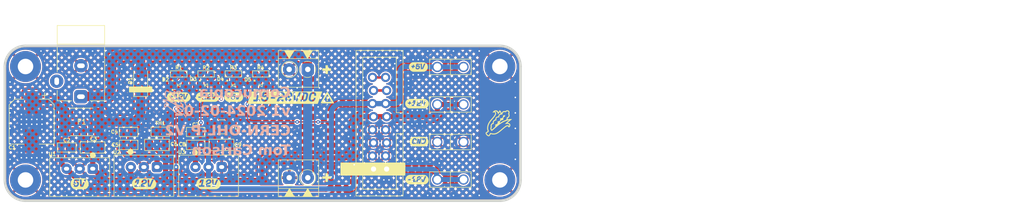
<source format=kicad_pcb>
(kicad_pcb (version 20221018) (generator pcbnew)
  (title_block (title "Cornucopia") (date "2024-02-02") (rev "v1") (company "Divergent Waves") (comment 1 "Tom Carlson") (comment 2 "CERN-OHL-P V2") (comment 3 "Based on Winterbloom's Micronova"))
  (layers (0 "F.Cu" signal) (31 "B.Cu" signal) (34 "B.Paste" user) (35 "F.Paste" user) (36 "B.SilkS" user "B.Silkscreen") (37 "F.SilkS" user "F.Silkscreen") (38 "B.Mask" user) (39 "F.Mask" user) (44 "Edge.Cuts" user))
  (net 0 "")
  (net 1 "GND")
  (net 2 "+12V")
  (net 3 "-12V")
  (net 4 "+5V")
  (net 5 "Net-(#FLG0104-pwr)")
  (net 6 "Net-(D1-K)")
  (net 7 "Net-(D2-K)")
  (net 8 "+VDC")
  (net 9 "+15V")
  (net 10 "Net-(D3-K)")
  (net 11 "Net-(D4-K)")
  (net 13 "/CV")
  (net 14 "/GATE")
  (net 15 "Net-(D5-K)")
  (footprint "LOGO" (layer "F.Cu") (at 102.87 103.124)
    (fp_text reference "G***" hide)
    (fp_text value "LOGO" hide)
  )
  (footprint "Diode_SMD:D_SOD-128" (layer "F.Cu") (at 84.836 99.822 90)
    (fp_text reference "D1" (at 0 -2 90) (layer "F.SilkS") (effects (font (size 0.7 0.7))))
    (fp_text value "BARRIER")
    (pad "1" smd rect (at -2.2 0 90) (size 1.4 2.1) (layers "F.Cu" "F.Paste" "F.Mask") (net 6 "Net-(D1-K)"))
    (pad "2" smd rect (at 2.2 0 90) (size 1.4 2.1) (layers "F.Cu" "F.Paste" "F.Mask") (net 8 "+VDC"))
  )
  (footprint "Fuse:Fuse_2920_7451Metric" (layer "F.Cu") (at 73.406 107.823 180)
    (fp_text reference "F1" (at 0 0 180) (layer "F.SilkS"))
    (fp_text value "2A")
    (pad "1" smd roundrect (at -3.3875 0 180) (size 1.925 5.45) (layers "F.Cu" "F.Paste" "F.Mask") (roundrect_rratio 0.1298701299) (net 6 "Net-(D1-K)"))
    (pad "2" smd roundrect (at 3.3875 0 180) (size 1.925 5.45) (layers "F.Cu" "F.Paste" "F.Mask") (roundrect_rratio 0.1298701299) (net 9 "+15V"))
  )
  (footprint "LOGO" (layer "F.Cu") (at 97.79 103.124583)
    (fp_text reference "G***" hide)
    (fp_text value "LOGO" hide)
  )
  (footprint "Divergent:FASTON-928814-1" (layer "F.Cu") (at 144.907 118.999)
    (fp_text reference "J3" hide)
    (fp_text value "Conn_01x01_Pin")
    (pad "1" thru_hole circle (at -2.54 0) (size 2 2) (drill 1.45) (layers "*.Cu" "*.Mask") (net 3 "-12V"))
    (pad "1" thru_hole circle (at 2.54 0) (size 2 2) (drill 1.45) (layers "*.Cu" "*.Mask") (net 3 "-12V"))
  )
  (footprint "winterbloom:LED_0805_Kingbright_APT2012" (layer "F.Cu") (at 92.234 100.711)
    (fp_text reference "D2" (at -2.6 -1.1) (layer "F.SilkS") (effects (font (size 0.7 0.7))))
    (fp_text value "+12V" hide)
    (pad "1" smd roundrect (at -1.175 0) (size 1.25 1.25) (layers "F.Cu" "F.Paste" "F.Mask") (roundrect_rratio 0.05) (net 7 "Net-(D2-K)"))
    (pad "2" smd roundrect (at 1.175 0) (size 1.25 1.25) (layers "F.Cu" "F.Paste" "F.Mask") (roundrect_rratio 0.05) (net 2 "+12V"))
  )
  (footprint "winterbloom:C_1206_HandSolder" (layer "F.Cu") (at 88 112.275 180)
    (fp_text reference "C6" (at -3.313 0.134 180) (layer "F.SilkS") (effects (font (size 0.7 0.7))))
    (fp_text value "22u")
    (pad "1" smd roundrect (at -1.5625 0 180) (size 1.325 1.8) (layers "F.Cu" "F.Paste" "F.Mask") (roundrect_rratio 0.1886792453) (net 9 "+15V"))
    (pad "2" smd roundrect (at 1.5625 0 180) (size 1.325 1.8) (layers "F.Cu" "F.Paste" "F.Mask") (roundrect_rratio 0.1886792453) (net 1 "GND"))
  )
  (footprint "winterbloom:LED_0805_Kingbright_APT2012" (layer "F.Cu") (at 102.817332 100.711)
    (fp_text reference "D4" (at -2.5 -1.2) (layer "F.SilkS") (effects (font (size 0.7 0.7))))
    (fp_text value "5V" hide)
    (pad "1" smd roundrect (at -1.175 0) (size 1.25 1.25) (layers "F.Cu" "F.Paste" "F.Mask") (roundrect_rratio 0.05) (net 11 "Net-(D4-K)"))
    (pad "2" smd roundrect (at 1.175 0) (size 1.25 1.25) (layers "F.Cu" "F.Paste" "F.Mask") (roundrect_rratio 0.05) (net 4 "+5V"))
  )
  (footprint "Divergent:FASTON-928814-1" (layer "F.Cu") (at 144.907 111.717666)
    (fp_text reference "J6" hide)
    (fp_text value "Conn_01x01_Pin")
    (pad "1" thru_hole circle (at -2.54 0) (size 2 2) (drill 1.45) (layers "*.Cu" "*.Mask") (net 1 "GND"))
    (pad "1" thru_hole circle (at 2.54 0) (size 2 2) (drill 1.45) (layers "*.Cu" "*.Mask") (net 1 "GND"))
  )
  (footprint "winterbloom:TerminalBlock_4UCON_1x02_P3.50mm_Horizontal" (layer "F.Cu") (at 117.193 97.636 180)
    (fp_text reference "J2" hide)
    (fp_text value "DC THRU" hide)
    (pad "1" thru_hole roundrect (at -0.0508 0 180) (size 2.4 2.4) (drill 1.05) (layers "*.Cu" "*.Mask") (net 8 "+VDC"))
    (pad "2" thru_hole circle (at 3.556 0 180) (size 2.4 2.4) (drill 1.05) (layers "*.Cu" "*.Mask") (net 1 "GND"))
  )
  (footprint "MountingHole:MountingHole_3mm_Pad" (layer "F.Cu") (at 154.5 97.075)
    (fp_text reference "H3" hide)
    (fp_text value "GND")
    (pad "1" thru_hole circle (at 0 0) (size 6 6) (drill 3) (layers "*.Cu" "*.Mask") (net 1 "GND"))
  )
  (footprint "Capacitor_SMD:CP_Elec_8x10.5" (layer "F.Cu") (at 63.7 107.775 -90)
    (fp_text reference "C1" (at 5 3.8 unlocked) (layer "F.SilkS") (effects (font (size 0.7 0.7))))
    (fp_text value "100u")
    (pad "1" smd roundrect (at -3.7 0 270) (size 4.4 2.5) (layers "F.Cu" "F.Paste" "F.Mask") (roundrect_rratio 0.1) (net 9 "+15V"))
    (pad "2" smd roundrect (at 3.7 0 270) (size 4.4 2.5) (layers "F.Cu" "F.Paste" "F.Mask") (roundrect_rratio 0.1) (net 1 "GND"))
  )
  (footprint "winterbloom:LED_0805_Kingbright_APT2012" (layer "F.Cu") (at 108.109 100.711)
    (fp_text reference "D5" (at -2.5 -1.1) (layer "F.SilkS") (effects (font (size 0.7 0.7))))
    (fp_text value "DCIN" hide)
    (pad "1" smd roundrect (at -1.175 0) (size 1.25 1.25) (layers "F.Cu" "F.Paste" "F.Mask") (roundrect_rratio 0.05) (net 15 "Net-(D5-K)"))
    (pad "2" smd roundrect (at 1.175 0) (size 1.25 1.25) (layers "F.Cu" "F.Paste" "F.Mask") (roundrect_rratio 0.05) (net 9 "+15V"))
  )
  (footprint "winterbloom:R_0805_HandSolder" (layer "F.Cu") (at 88.646 109.728 180)
    (fp_text reference "TH1" (at 0 1.651) (layer "F.SilkS") (effects (font (size 0.7 0.7))))
    (fp_text value "MOV")
    (pad "1" smd roundrect (at -1 0 180) (size 1.2 1.4) (layers "F.Cu" "F.Paste" "F.Mask") (roundrect_rratio 0.2083333333) (net 9 "+15V"))
    (pad "2" smd roundrect (at 1 0 180) (size 1.2 1.4) (layers "F.Cu" "F.Paste" "F.Mask") (roundrect_rratio 0.2083333333) (net 1 "GND"))
  )
  (footprint "winterbloom:Converter_DCDC_CUI_P78E-1000_THT" (layer "F.Cu") (at 88 116.575 180)
    (fp_text reference "U2" (at 7.8 2.9 unlocked) (layer "F.SilkS") (effects (font (size 0.7 0.7))))
    (fp_text value "P78E12-2000")
    (pad "1" thru_hole circle (at 5.08 0 180) (size 2 2) (drill oval 1 0.75) (layers "*.Cu" "*.Mask") (net 9 "+15V"))
    (pad "2" thru_hole circle (at 2.54 0 180) (size 2 2) (drill oval 1 0.75) (layers "*.Cu" "*.Mask") (net 1 "GND"))
    (pad "3" thru_hole roundrect (at 0 0 180) (size 2 2) (drill oval 1 0.75) (layers "*.Cu" "*.Mask") (net 2 "+12V"))
  )
  (footprint "winterbloom:C_0805_HandSolder" (layer "F.Cu") (at 95.5 112.275)
    (fp_text reference "C8" (at -2.6 -0.1) (layer "F.SilkS") (effects (font (size 0.7 0.7))))
    (fp_text value "4.7u")
    (pad "1" smd roundrect (at -1.0375 0) (size 1.175 1.45) (layers "F.Cu" "F.Paste" "F.Mask") (roundrect_rratio 0.2127659574) (net 1 "GND"))
    (pad "2" smd roundrect (at 1.0375 0) (size 1.175 1.45) (layers "F.Cu" "F.Paste" "F.Mask") (roundrect_rratio 0.2127659574) (net 3 "-12V"))
  )
  (footprint "winterbloom:Converter_DCDC_CUI_VX78-500_THT" (layer "F.Cu") (at 75.54 116.9 180)
    (fp_text reference "U1" (at 7.84 2.825 unlocked) (layer "F.SilkS") (effects (font (size 0.7 0.7))))
    (fp_text value "VX7805-500")
    (pad "1" thru_hole roundrect (at 0 0 180) (size 2 2) (drill oval 1 0.75) (layers "*.Cu" "*.Mask") (net 9 "+15V"))
    (pad "2" thru_hole circle (at 2.54 0 180) (size 2 2) (drill oval 1 0.75) (layers "*.Cu" "*.Mask") (net 1 "GND"))
    (pad "3" thru_hole circle (at 5.08 0 180) (size 2 2) (drill oval 1 0.75) (layers "*.Cu" "*.Mask") (net 4 "+5V"))
  )
  (footprint "winterbloom:R_0603_HandSolder" (layer "F.Cu") (at 97.525666 98.511 180)
    (fp_text reference "R2" (at 0 1.2 180) (layer "F.SilkS") (effects (font (size 0.7 0.7))))
    (fp_text value "5.1k")
    (pad "1" smd roundrect (at -0.9125 0 180) (size 0.975 0.95) (layers "F.Cu" "F.Paste" "F.Mask") (net 3 "-12V"))
    (pad "2" smd roundrect (at 0.9125 0 180) (size 0.975 0.95) (layers "F.Cu" "F.Paste" "F.Mask") (net 10 "Net-(D3-K)"))
  )
  (footprint "winterbloom:R_0603_HandSolder" (layer "F.Cu") (at 108.109 98.511)
    (fp_text reference "R4" (at 0 -1.2) (layer "F.SilkS") (effects (font (size 0.7 0.7))))
    (fp_text value "5.1k")
    (pad "1" smd roundrect (at -0.9125 0) (size 0.975 0.95) (layers "F.Cu" "F.Paste" "F.Mask") (net 15 "Net-(D5-K)"))
    (pad "2" smd roundrect (at 0.9125 0) (size 0.975 0.95) (layers "F.Cu" "F.Paste" "F.Mask") (net 1 "GND"))
  )
  (footprint "LOGO" (layer "F.Cu") (at 120.924 118.618 180)
    (fp_text reference "G***" hide)
    (fp_text value "LOGO" hide)
  )
  (footprint "winterbloom:R_0603_HandSolder" (layer "F.Cu") (at 92.234 98.511 180)
    (fp_text reference "R1" (at 0 1.2) (layer "F.SilkS") (effects (font (size 0.7 0.7))))
    (fp_text value "5.1k")
    (pad "1" smd roundrect (at -0.9125 0 180) (size 0.975 0.95) (layers "F.Cu" "F.Paste" "F.Mask") (net 7 "Net-(D2-K)"))
    (pad "2" smd roundrect (at 0.9125 0 180) (size 0.975 0.95) (layers "F.Cu" "F.Paste" "F.Mask") (net 1 "GND"))
  )
  (footprint "LOGO" (layer "F.Cu") (at 98 119.975)
    (fp_text reference "G***" hide)
    (fp_text value "LOGO" hide)
  )
  (footprint "LOGO" (layer "F.Cu") (at 112.774622 103.333993)
    (fp_text reference "G***" hide)
    (fp_text value "LOGO" hide)
  )
  (footprint "winterbloom:LED_0805_Kingbright_APT2012" (layer "F.Cu") (at 97.525666 100.711)
    (fp_text reference "D3" (at -2.5 -1.2) (layer "F.SilkS") (effects (font (size 0.7 0.7))))
    (fp_text value "-12V" hide)
    (pad "1" smd roundrect (at -1.175 0) (size 1.25 1.25) (layers "F.Cu" "F.Paste" "F.Mask") (roundrect_rratio 0.05) (net 10 "Net-(D3-K)"))
    (pad "2" smd roundrect (at 1.175 0) (size 1.25 1.25) (layers "F.Cu" "F.Paste" "F.Mask") (roundrect_rratio 0.05) (net 1 "GND"))
  )
  (footprint "LOGO" (layer "F.Cu") (at 73 119.975)
    (fp_text reference "G***" hide)
    (fp_text value "LOGO" hide)
  )
  (footprint "Divergent:FASTON-928814-1" (layer "F.Cu") (at 144.907 97.155)
    (fp_text reference "J9" hide)
    (fp_text value "Conn_01x01_Pin")
    (pad "1" thru_hole circle (at -2.54 0) (size 2 2) (drill 1.45) (layers "*.Cu" "*.Mask") (net 4 "+5V"))
    (pad "1" thru_hole circle (at 2.54 0) (size 2 2) (drill 1.45) (layers "*.Cu" "*.Mask") (net 4 "+5V"))
  )
  (footprint "winterbloom:C_0805_HandSolder" (layer "F.Cu") (at 82.5 112.275)
    (fp_text reference "C5" (at -2.6 0) (layer "F.SilkS") (effects (font (size 0.7 0.7))))
    (fp_text value "4.7u")
    (pad "1" smd roundrect (at -1.0375 0) (size 1.175 1.45) (layers "F.Cu" "F.Paste" "F.Mask") (roundrect_rratio 0.2127659574) (net 2 "+12V"))
    (pad "2" smd roundrect (at 1.0375 0) (size 1.175 1.45) (layers "F.Cu" "F.Paste" "F.Mask") (roundrect_rratio 0.2127659574) (net 1 "GND"))
  )
  (footprint "LOGO" (layer "F.Cu") (at 138.43 119.126)
    (fp_text reference "G***" hide)
    (fp_text value "LOGO" hide)
  )
  (footprint "winterbloom:Eurorack_Power_2x8_Shrouded_Lock" (layer "F.Cu") (at 132.4356 116.965 180)
    (fp_text reference "J7" hide)
    (fp_text value "Eurorack Power" hide)
    (pad "1" thru_hole roundrect (at -0.1016 0 180) (size 1.8 1.8) (drill 1.01) (layers "*.Cu" "*.Mask") (roundrect_rratio 0.1470588889) (net 3 "-12V"))
    (pad "2" thru_hole circle (at 2.4384 0 180) (size 1.8 1.8) (drill 1.01) (layers "*.Cu" "*.Mask") (net 3 "-12V"))
    (pad "3" thru_hole circle (at 0.1016 2.54 180) (size 1.8 1.8) (drill 1.01) (layers "*.Cu" "*.Mask") (net 1 "GND"))
    (pad "4" thru_hole circle (at 2.6416 2.54 180) (size 1.8 1.8) (drill 1.01) (layers "*.Cu" "*.Mask") (net 1 "GND"))
    (pad "5" thru_hole circle (at -0.1016 5.08 180) (size 1.8 1.8) (drill 1.01) (layers "*.Cu" "*.Mask") (net 1 "GND"))
    (pad "6" thru_hole circle (at 2.4384 5.08 180) (size 1.8 1.8) (drill 1.01) (layers "*.Cu" "*.Mask") (net 1 "GND"))
    (pad "7" thru_hole circle (at 0.1016 7.62 180) (size 1.8 1.8) (drill 1.01) (layers "*.Cu" "*.Mask") (net 1 "GND"))
    (pad "8" thru_hole circle (at 2.6416 7.62 180) (size 1.8 1.8) (drill 1.01) (layers "*.Cu" "*.Mask") (net 1 "GND"))
    (pad "9" thru_hole circle (at -0.1016 10.16 180) (size 1.8 1.8) (drill 1.01) (layers "*.Cu" "*.Mask") (net 2 "+12V"))
    (pad "10" thru_hole circle (at 2.4384 10.16 180) (size 1.8 1.8) (drill 1.01) (layers "*.Cu" "*.Mask") (net 2 "+12V"))
    (pad "11" thru_hole circle (at 0.1016 12.7 180) (size 1.8 1.8) (drill 1.01) (layers "*.Cu" "*.Mask") (net 4 "+5V"))
    (pad "12" thru_hole circle (at 2.6416 12.7 180) (size 1.8 1.8) (drill 1.01) (layers "*.Cu" "*.Mask") (net 4 "+5V"))
    (pad "13" thru_hole circle (at -0.1016 15.24 180) (size 1.8 1.8) (drill 1.01) (layers "*.Cu" "*.Mask") (net 13 "/CV"))
    (pad "14" thru_hole circle (at 2.4384 15.24 180) (size 1.8 1.8) (drill 1.01) (layers "*.Cu" "*.Mask") (net 13 "/CV"))
    (pad "15" thru_hole circle (at 0.1016 17.78 180) (size 1.8 1.8) (drill 1.01) (layers "*.Cu" "*.Mask") (net 14 "/GATE"))
    (pad "16" thru_hole circle (at 2.6416 17.78 180) (size 1.8 1.8) (drill 1.01) (layers "*.Cu" "*.Mask") (net 14 "/GATE"))
  )
  (footprint "LOGO" (layer "F.Cu") (at 138.811 111.76)
    (fp_text reference "G***" hide)
    (fp_text value "LOGO" hide)
  )
  (footprint "winterbloom:R_0603_HandSolder" (layer "F.Cu") (at 102.817332 98.511)
    (fp_text reference "R3" (at 0 -1.2) (layer "F.SilkS") (effects (font (size 0.7 0.7))))
    (fp_text value "5.1k")
    (pad "1" smd roundrect (at -0.9125 0) (size 0.975 0.95) (layers "F.Cu" "F.Paste" "F.Mask") (net 11 "Net-(D4-K)"))
    (pad "2" smd roundrect (at 0.9125 0) (size 0.975 0.95) (layers "F.Cu" "F.Paste" "F.Mask") (net 1 "GND"))
  )
  (footprint "LOGO" (layer "F.Cu") (at 85.5 119.975)
    (fp_text reference "G***" hide)
    (fp_text value "LOGO" hide)
  )
  (footprint "LOGO" (layer "F.Cu") (at 154.5 104.675)
    (fp_text reference "G***" hide)
    (fp_text value "LOGO" hide)
  )
  (footprint "MountingHole:MountingHole_3mm_Pad" (layer "F.Cu") (at 62.5 97.075 -90)
    (fp_text reference "H1" hide)
    (fp_text value "GND")
    (pad "1" thru_hole circle (at 0 0 270) (size 6 6) (drill 3) (layers "*.Cu" "*.Mask") (net 1 "GND"))
  )
  (footprint "winterbloom:C_1206_HandSolder" (layer "F.Cu") (at 75.5 112.775)
    (fp_text reference "C3" (at 0.192 -1.65) (layer "F.SilkS") (effects (font (size 0.7 0.7))))
    (fp_text value "10u")
    (pad "1" smd roundrect (at -1.5625 0) (size 1.325 1.8) (layers "F.Cu" "F.Paste" "F.Mask") (roundrect_rratio 0.1886792453) (net 9 "+15V"))
    (pad "2" smd roundrect (at 1.5625 0) (size 1.325 1.8) (layers "F.Cu" "F.Paste" "F.Mask") (roundrect_rratio 0.1886792453) (net 1 "GND"))
  )
  (footprint "MountingHole:MountingHole_3mm_Pad" (layer "F.Cu") (at 62.5 119.075)
    (fp_text reference "H2" hide)
    (fp_text value "GND")
    (pad "1" thru_hole circle (at 0 0) (size 6 6) (drill 3) (layers "*.Cu" "*.Mask") (net 1 "GND"))
  )
  (footprint "LOGO" (layer "F.Cu") (at 92.202 103.124)
    (fp_text reference "G***" hide)
    (fp_text value "LOGO" hide)
  )
  (footprint "winterbloom:Converter_DCDC_CUI_P78E-1000_THT" (layer "F.Cu") (at 100.54 116.5675 180)
    (fp_text reference "U3" (at 7.74 2.8925 unlocked) (layer "F.SilkS") (effects (font (size 0.7 0.7))))
    (fp_text value "P78E12-2000")
    (pad "1" thru_hole circle (at 5.08 0 180) (size 2 2) (drill oval 1 0.75) (layers "*.Cu" "*.Mask") (net 5 "Net-(#FLG0104-pwr)"))
    (pad "2" thru_hole circle (at 2.54 0 180) (size 2 2) (drill oval 1 0.75) (layers "*.Cu" "*.Mask") (net 3 "-12V"))
    (pad "3" thru_hole roundrect (at 0 0 180) (size 2 2) (drill oval 1 0.75) (layers "*.Cu" "*.Mask") (net 1 "GND"))
  )
  (footprint "Inductor_SMD:L_1210_3225Metric_Pad1.42x2.65mm_HandSolder" (layer "F.Cu") (at 100.5 108.775 180)
    (fp_text reference "L1" (at -3.15 -0.1 unlocked) (layer "F.SilkS") (effects (font (size 0.7 0.7))))
    (fp_text value "22uH")
    (pad "1" smd roundrect (at -1.4875 0 180) (size 1.425 2.65) (layers "F.Cu" "F.Paste" "F.Mask") (roundrect_rratio 0.1754392982) (net 9 "+15V"))
    (pad "2" smd roundrect (at 1.4875 0 180) (size 1.425 2.65) (layers "F.Cu" "F.Paste" "F.Mask") (roundrect_rratio 0.1754392982) (net 5 "Net-(#FLG0104-pwr)"))
  )
  (footprint "winterbloom:C_0805_HandSolder" (layer "F.Cu") (at 95.5 109.775)
    (fp_text reference "C7" (at 0 -1.4) (layer "F.SilkS") (effects (font (size 0.7 0.7))))
    (fp_text value "22u")
    (pad "1" smd roundrect (at -1.0375 0) (size 1.175 1.45) (layers "F.Cu" "F.Paste" "F.Mask") (roundrect_rratio 0.2127659574) (net 1 "GND"))
    (pad "2" smd roundrect (at 1.0375 0) (size 1.175 1.45) (layers "F.Cu" "F.Paste" "F.Mask") (roundrect_rratio 0.2127659574) (net 3 "-12V"))
  )
  (footprint "winterbloom:C_0805_HandSolder" (layer "F.Cu") (at 82.5 109.775)
    (fp_text reference "C4" (at -2.744 -0.047) (layer "F.SilkS") (effects (font (size 0.7 0.7))))
    (fp_text value "22u")
    (pad "1" smd roundrect (at -1.0375 0) (size 1.175 1.45) (layers "F.Cu" "F.Paste" "F.Mask") (roundrect_rratio 0.2127659574) (net 2 "+12V"))
    (pad "2" smd roundrect (at 1.0375 0) (size 1.175 1.45) (layers "F.Cu" "F.Paste" "F.Mask") (roundrect_rratio 0.2127659574) (net 1 "GND"))
  )
  (footprint "Divergent:FASTON-928814-1" (layer "F.Cu") (at 144.907 104.436333)
    (fp_text reference "J8" hide)
    (fp_text value "Conn_01x01_Pin")
    (pad "1" thru_hole circle (at -2.54 0) (size 2 2) (drill 1.45) (layers "*.Cu" "*.Mask") (net 2 "+12V"))
    (pad "1" thru_hole circle (at 2.54 0) (size 2 2) (drill 1.45) (layers "*.Cu" "*.Mask") (net 2 "+12V"))
  )
  (footprint "LOGO" (layer "F.Cu") (at 138.684 97.282)
    (fp_text reference "G***" hide)
    (fp_text value "LOGO" hide)
  )
  (footprint "LOGO" (layer "F.Cu") (at 138.43 104.394)
    (fp_text reference "G***" hide)
    (fp_text value "LOGO" hide)
  )
  (footprint "corn:corn" (layer "F.Cu") (at 154.305 108.077)
    (fp_text reference "Ref**" hide)
    (fp_text value "Val**" hide)
  )
  (footprint "LOGO" (layer "F.Cu") (at 120.904 97.663)
    (fp_text reference "G***" hide)
    (fp_text value "LOGO" hide)
  )
  (footprint "winterbloom:BarrelJack_CUI_PJ-102AH_Horizontal" (layer "F.Cu") (at 73.25 102.925 180)
    (fp_text reference "J1" hide)
    (fp_text value "DC THRU")
    (pad "1" thru_hole roundrect (at 0 0 180) (size 2.6 2.6) (drill oval 1.5 0.9) (layers "*.Cu" "*.Mask") (net 8 "+VDC"))
    (pad "2" thru_hole circle (at 0 6 180) (size 2.6 2.6) (drill oval 1.5 0.9) (layers "*.Cu" "*.Mask") (net 1 "GND"))
    (pad "3" thru_hole circle (at 4.7 3 180) (size 2.6 2.6) (drill oval 0.9 1.5) (layers "*.Cu" "*.Mask"))
  )
  (footprint "winterbloom:TerminalBlock_4UCON_1x02_P3.50mm_Horizontal" (layer "F.Cu") (at 113.693 118.645)
    (fp_text reference "J4" hide)
    (fp_text value "DC IN" hide)
    (pad "1" thru_hole roundrect (at -0.0508 0) (size 2.4 2.4) (drill 1.05) (layers "*.Cu" "*.Mask") (net 1 "GND"))
    (pad "2" thru_hole circle (at 3.556 0) (size 2.4 2.4) (drill 1.05) (layers "*.Cu" "*.Mask") (net 8 "+VDC"))
  )
  (footprint "winterbloom:C_0805_HandSolder" (layer "F.Cu") (at 70.5 112.775)
    (fp_text reference "C2" (at 0 -1.396) (layer "F.SilkS") (effects (font (size 0.7 0.7))))
    (fp_text value "22u")
    (pad "1" smd roundrect (at -1.0375 0) (size 1.175 1.45) (layers "F.Cu" "F.Paste" "F.Mask") (roundrect_rratio 0.2127659574) (net 4 "+5V"))
    (pad "2" smd roundrect (at 1.0375 0) (size 1.175 1.45) (layers "F.Cu" "F.Paste" "F.Mask") (roundrect_rratio 0.2127659574) (net 1 "GND"))
  )
  (footprint "MountingHole:MountingHole_3mm_Pad" (layer "F.Cu") (at 154.5 119.075 -90)
    (fp_text reference "H4" hide)
    (fp_text value "GND")
    (pad "1" thru_hole circle (at 0 0 270) (size 6 6) (drill 3) (layers "*.Cu" "*.Mask") (net 1 "GND"))
  )
  (footprint "winterbloom:C_1206_HandSolder" (layer "F.Cu") (at 100.5 112.275)
    (fp_text reference "C9" (at 3.2 0) (layer "F.SilkS") (effects (font (size 0.7 0.7))))
    (fp_text value "22u")
    (pad "1" smd roundrect (at -1.5625 0) (size 1.325 1.8) (layers "F.Cu" "F.Paste" "F.Mask") (roundrect_rratio 0.1886792453) (net 5 "Net-(#FLG0104-pwr)"))
    (pad "2" smd roundrect (at 1.5625 0) (size 1.325 1.8) (layers "F.Cu" "F.Paste" "F.Mask") (roundrect_rratio 0.1886792453) (net 1 "GND"))
  )
  (footprint "corn:corn" (layer "B.Cu") (at 91.567 104.267 180)
    (fp_text reference "Ref**" hide)
    (fp_text value "Val**" hide)
  )
  (footprint "Symbol:OSHW-Logo_5.7x6mm_Copper" (layer "B.Cu") (at 154.5 111.075 180)
    (fp_text reference "OSHW" hide)
    (fp_text value "OSHW-Logo_5.7x6mm_Copper" hide)
  )
  (gr_rect (start 123.6556 115.765) (end 136.0856 118.165) (stroke (width 0.12)) (fill solid) (layer "F.SilkS"))
  (gr_poly (pts (xy 122.131 104.078) (xy 119.931 104.078) (xy 121.031 102.178)) (stroke (width 0.3)) (fill none) (layer "F.SilkS"))
  (gr_line (start 154.5 93.075) (end 62.5 93.075) (stroke (width 0.5)) (layer "Edge.Cuts"))
  (gr_arc (start 58.5 97.075) (mid 59.671573 94.246573) (end 62.5 93.075) (stroke (width 0.5)) (layer "Edge.Cuts"))
  (gr_arc (start 158.5 119.1) (mid 157.328427 121.928427) (end 154.5 123.1) (stroke (width 0.5)) (layer "Edge.Cuts"))
  (gr_arc (start 154.5 93.075) (mid 157.328427 94.246573) (end 158.5 97.075) (stroke (width 0.5)) (layer "Edge.Cuts"))
  (gr_line (start 58.5 97.075) (end 58.5 119.1) (stroke (width 0.5)) (layer "Edge.Cuts"))
  (gr_line (start 62.5 123.1) (end 154.5 123.1) (stroke (width 0.5)) (layer "Edge.Cuts"))
  (gr_arc (start 62.5 123.1) (mid 59.671573 121.928427) (end 58.5 119.1) (stroke (width 0.5)) (layer "Edge.Cuts"))
  (gr_line (start 158.5 119.1) (end 158.5 97.075) (stroke (width 0.5)) (layer "Edge.Cuts"))
  (gr_text "${COMMENT2}" (at 113.919 109.601) (layer "B.SilkS") (effects (font (size 2 2) (thickness 0.4) bold) (justify left mirror)))
  (gr_text "Cornucopia" (at 113.919 103.371902) (layer "B.SilkS") (effects (font (size 2 2) (thickness 0.15) bold) (justify left bottom mirror)))
  (gr_text "${COMMENT1}" (at 113.919 113.404902) (layer "B.SilkS") (effects (font (size 2 2) (thickness 0.4) bold) (justify left mirror)))
  (gr_text "${REVISION} ${ISSUE_DATE}" (at 113.919 105.7971) (layer "B.SilkS") (effects (font (size 2 2) (thickness 0.4) bold) (justify left mirror)))
  (gr_text "!" (at 121.031 103.378) (layer "F.SilkS") (effects (font (size 0.7 0.7))))
  (via (at 128.016 99.187) (size 0.7) (drill 0.3) (layers "F.Cu" "B.Cu") (net 1))
  (via (at 94.45 108.325) (size 0.7) (drill 0.3) (layers "F.Cu" "B.Cu") (net 1))
  (via (at 90.5 122.075) (size 0.7) (drill 0.3) (layers "F.Cu" "B.Cu") (net 1))
  (via (at 115.189 109.982) (size 0.7) (drill 0.3) (layers "F.Cu" "B.Cu") (net 1))
  (via (at 90.932 97.409) (size 0.7) (drill 0.3) (layers "F.Cu" "B.Cu") (net 1))
  (via (at 61.7 107.325) (size 0.7) (drill 0.3) (layers "F.Cu" "B.Cu") (net 1))
  (via (at 120.5 122.075) (size 0.7) (drill 0.3) (layers "F.Cu" "B.Cu") (net 1))
  (via (at 61.7 114.775) (size 0.7) (drill 0.3) (layers "F.Cu" "B.Cu") (net 1))
  (via (at 80.116785 111.033382) (size 0.7) (drill 0.3) (layers "F.Cu" "B.Cu") (net 1))
  (via (at 150.5 94.075) (size 0.7) (drill 0.3) (layers "F.Cu" "B.Cu") (net 1))
  (via (at 59.5 106.075) (size 0.7) (drill 0.3) (layers "F.Cu" "B.Cu") (net 1))
  (via (at 84.963 112.014) (size 0.7) (drill 0.3) (layers "F.Cu" "B.Cu") (net 1))
  (via (at 120.523 99.187) (size 0.7) (drill 0.3) (layers "F.Cu" "B.Cu") (net 1))
  (via (at 134.112 96.52) (size 0.7) (drill 0.3) (layers "F.Cu" "B.Cu") (net 1))
  (via (at 139.446 108.204) (size 0.7) (drill 0.3) (layers "F.Cu" "B.Cu") (net 1))
  (via (at 157.5 115.075) (size 0.7) (drill 0.3) (layers "F.Cu" "B.Cu") (net 1))
  (via (at 157.5 109.075) (size 0.7) (drill 0.3) (layers "F.Cu" "B.Cu") (net 1))
  (via (at 100.6 112.25) (size 0.7) (drill 0.3) (layers "F.Cu" "B.Cu") (net 1))
  (via (at 142.748 115.824) (size 0.7) (drill 0.3) (layers "F.Cu" "B.Cu") (net 1))
  (via (at 102.75 118.075) (size 0.7) (drill 0.3) (layers "F.Cu" "B.Cu") (net 1))
  (via (at 65.7 106.375) (size 0.7) (drill 0.3) (layers "F.Cu" "B.Cu") (net 1))
  (via (at 93.15 108.925) (size 0.7) (drill 0.3) (layers "F.Cu" "B.Cu") (net 1))
  (via (at 61.7 108.275) (size 0.7) (drill 0.3) (layers "F.Cu" "B.Cu") (net 1))
  (via (at 135.5 94.075) (size 0.7) (drill 0.3) (layers "F.Cu" "B.Cu") (net 1))
  (via (at 61.7 109.275) (size 0.7) (drill 0.3) (layers "F.Cu" "B.Cu") (net 1))
  (via (at 135.5 122.075) (size 0.7) (drill 0.3) (layers "F.Cu" "B.Cu") (net 1))
  (via (at 140.5 94.075) (size 0.7) (drill 0.3) (layers "F.Cu" "B.Cu") (net 1))
  (via (at 128.05 102.975) (size 0.7) (drill 0.3) (layers "F.Cu" "B.Cu") (net 1))
  (via (at 59.5 103.075) (size 0.7) (drill 0.3) (layers "F.Cu" "B.Cu") (net 1))
  (via (at 139.668 95.758) (size 0.7) (drill 0.3) (layers "F.Cu" "B.Cu") (net 1))
  (via (at 64.7 114.775) (size 0.7) (drill 0.3) (layers "F.Cu" "B.Cu") (net 1))
  (via (at 81.026 100.584) (size 0.7) (drill 0.3) (layers "F.Cu" "B.Cu") (net 1))
  (via (at 119.253 109.982) (size 0.7) (drill 0.3) (layers "F.Cu" "B.Cu") (net 1))
  (via (at 59.5 109.075) (size 0.7) (drill 0.3) (layers "F.Cu" "B.Cu") (net 1))
  (via (at 82.296 102.997) (size 0.7) (drill 0.3) (layers "F.Cu" "B.Cu") (net 1))
  (via (at 136.779 100.822) (size 0.7) (drill 0.3) (layers "F.Cu" "B.Cu") (net 1))
  (via (at 115.189 116.332) (size 0.7) (drill 0.3) (layers "F.Cu" "B.Cu") (net 1))
  (via (at 133 119.075) (size 0.7) (drill 0.3) (layers "F.Cu" "B.Cu") (net 1))
  (via (at 138.684 98.679) (size 0.7) (drill 0.3) (layers "F.Cu" "B.Cu") (net 1))
  (via (at 63.7 108.275) (size 0.7) (drill 0.3) (layers "F.Cu" "B.Cu") (net 1))
  (via (at 77.575 96.175) (size 0.7) (drill 0.3) (layers "F.Cu" "B.Cu") (net 1))
  (via (at 65.7 113.775) (size 0.7) (drill 0.3) (layers "F.Cu" "B.Cu") (net 1))
  (via (at 130.5 94.075) (size 0.7) (drill 0.3) (layers "F.Cu" "B.Cu") (net 1))
  (via (at 137.668 95.758) (size 0.7) (drill 0.3) (layers "F.Cu" "B.Cu") (net 1))
  (via (at 75.5 122.075) (size 0.7) (drill 0.3) (layers "F.Cu" "B.Cu") (net 1))
  (via (at 145.5 94.075) (size 0.7) (drill 0.3) (layers "F.Cu" "B.Cu") (net 1))
  (via (at 65.7 114.775) (size 0.7) (drill 0.3) (layers "F.Cu" "B.Cu") (net 1))
  (via (at 132 119.075) (size 0.7) (drill 0.3) (layers "F.Cu" "B.Cu") (net 1))
  (via (at 59.5 115.075) (size 0.7) (drill 0.3) (layers "F.Cu" "B.Cu") (net 1))
  (via (at 150.5 122.075) (size 0.7) (drill 0.3) (layers "F.Cu" "B.Cu") (net 1))
  (via (at 59.5 100.075) (size 0.7) (drill 0.3) (layers "F.Cu" "B.Cu") (net 1))
  (via (at 79.248 106.045) (size 0.7) (drill 0.3) (layers "F.Cu" "B.Cu") (net 1))
  (via (at 65.5 122.075) (size 0.7) (drill 0.3) (layers "F.Cu" "B.Cu") (net 1))
  (via (at 115.189 112.649) (size 0.7) (drill 0.3) (layers "F.Cu" "B.Cu") (net 1))
  (via (at 62.7 114.775) (size 0.7) (drill 0.3) (layers "F.Cu" "B.Cu") (net 1))
  (via (at 138.5 115.443) (size 0.7) (drill 0.3) (layers "F.Cu" "B.Cu") (net 1))
  (via (at 61.7 106.375) (size 0.7) (drill 0.3) (layers "F.Cu" "B.Cu") (net 1))
  (via (at 84.963 113.11675) (size 0.7) (drill 0.3) (layers "F.Cu" "B.Cu") (net 1))
  (via (at 103.5 111.325) (size 0.7) (drill 0.3) (layers "F.Cu" "B.Cu") (net 1))
  (via (at 137.5 115.443) (size 0.7) (drill 0.3) (layers "F.Cu" "B.Cu") (net 1))
  (via (at 91 112.275) (size 0.7) (drill 0.3) (layers "F.Cu" "B.Cu") (net 1))
  (via (at 137.446 108.204) (size 0.7) (drill 0.3) (layers "F.Cu" "B.Cu") (net 1))
  (via (at 119.253 112.649) (size 0.7) (drill 0.3) (layers "F.Cu" "B.Cu") (net 1))
  (via (at 157.5 112.075) (size 0.7) (drill 0.3) (layers "F.Cu" "B.Cu") (net 1))
  (via (at 125.5 94.075) (size 0.7) (drill 0.3) (layers "F.Cu" "B.Cu") (net 1))
  (via (at 157.5 103.075) (size 0.7) (drill 0.3) (layers "F.Cu" "B.Cu") (net 1))
  (via (at 86.614 106.172) (size 0.7) (drill 0.3) (layers "F.Cu" "B.Cu") (net 1))
  (via (at 115.189 104.902) (size 0.7) (drill 0.3) (layers "F.Cu" "B.Cu") (net 1))
  (via (at 85.598 109.728) (size 0.7) (drill 0.3) (layers "F.Cu" "B.Cu") (net 1))
  (via (at 115.189 101.219) (size 0.7) (drill 0.3) (layers "F.Cu" "B.Cu") (net 1))
  (via (at 119.507 101.219) (size 0.7) (drill 0.3) (layers "F.Cu" "B.Cu") (net 1))
  (via (at 65.7 107.325) (size 0.7) (drill 0.3) (layers "F.Cu" "B.Cu") (net 1))
  (via (at 61.7 113.775) (size 0.7) (drill 0.3) (layers "F.Cu" "B.Cu") (net 1))
  (via (at 145.5 122.075) (size 0.7) (drill 0.3) (layers "F.Cu" "B.Cu") (net 1))
  (via (at 65.7 112.775) (size 0.7) (drill 0.3) (layers "F.Cu" "B.Cu") (net 1))
  (via (at 101.6 97.409) (size 0.7) (drill 0.3) (layers "F.Cu" "B.Cu") (net 1))
  (via (at 106.934 97.409) (size 0.7) (drill 0.3) (layers "F.Cu" "B.Cu") (net 1))
  (via (at 82.804 106.045) (size 0.7) (drill 0.3) (layers "F.Cu" "B.Cu") (net 1))
  (via (at 65.7 108.275) (size 0.7) (drill 0.3) (layers "F.Cu" "B.Cu") (net 1))
  (via (at 139.5 115.443) (size 0.7) (drill 0.3) (layers "F.Cu" "B.Cu") (net 1))
  (via (at 157.5 100.075) (size 0.7) (drill 0.3) (layers "F.Cu" "B.Cu") (net 1))
  (via (at 119.253 104.902) (size 0.7) (drill 0.3) (layers "F.Cu" "B.Cu") (net 1))
  (via (at 62.7 108.275) (size 0.7) (drill 0.3) (layers "F.Cu" "B.Cu") (net 1))
  (via (at 84.963 110.91125) (size 0.7) (drill 0.3) (layers "F.Cu" "B.Cu") (net 1))
  (via (at 120.523 96.266) (size 0.7) (drill 0.3) (layers "F.Cu" "B.Cu") (net 1))
  (via (at 125.1585 110.657151) (size 0.7) (drill 0.3) (layers "F.Cu" "B.Cu") (net 1))
  (via (at 103.5 113.125) (size 0.7) (drill 0.3) (layers "F.Cu" "B.Cu") (net 1))
  (via (at 138.668 95.758) (size 0.7) (drill 0.3) (layers "F.Cu" "B.Cu") (net 1))
  (via (at 65.5 94.075) (size 0.7) (drill 0.3) (layers "F.Cu" "B.Cu") (net 1))
  (via (at 96.266 97.409) (size 0.7) (drill 0.3) (layers "F.Cu" "B.Cu") (net 1))
  (via (at 75.5 112.775) (size 0.7) (drill 0.3) (layers "F.Cu" "B.Cu") (net 1))
  (via (at 106.2 118.075) (size 0.7) (drill 0.3) (layers "F.Cu" "B.Cu") (net 1))
  (via (at 126.25 116.125) (size 0.7) (drill 0.3) (layers "F.Cu" "B.Cu") (net 1))
  (via (at 115.5 122.075) (size 0.7) (drill 0.3) (layers "F.Cu" "B.Cu") (net 1))
  (via (at 63.7 107.325) (size 0.7) (drill 0.3) (layers "F.Cu" "B.Cu") (net 1))
  (via (at 94.45 113.825) (size 0.7) (drill 0.3) (layers "F.Cu" "B.Cu") (net 1))
  (via (at 89.154 106.299) (size 0.7) (drill 0.3) (layers "F.Cu" "B.Cu") (net 1))
  (via (at 136.779 99.822) (size 0.7) (drill 0.3) (layers "F.Cu" "B.Cu") (net 1))
  (via (at 79.248 116.586) (size 0.7) (drill 0.3) (layers "F.Cu" "B.Cu") (net 1))
  (via (at 133.858 100.33) (size 0.7) (drill 0.3) (layers "F.Cu" "B.Cu") (net 1))
  (via (at 140.5 122.075) (size 0.7) (drill 0.3) (layers "F.Cu" "B.Cu") (net 1))
  (via (at 61.7 112.775) (size 0.7) (drill 0.3) (layers "F.Cu" "B.Cu") (net 1))
  (via (at 139.5 105.575) (size 0.7) (drill 0.3) (layers "F.Cu" "B.Cu") (net 1))
  (via (at 80.264 102.997) (size 0.7) (drill 0.3) (layers "F.Cu" "B.Cu") (net 1))
  (via (at 81.153 97.536) (size 0.7) (drill 0.3) (layers "F.Cu" "B.Cu") (net 1))
  (via (at 92.3385 114.490048) (size 0.7) (drill 0.3) (layers "F.Cu" "B.Cu") (net 1))
  (via (at 95.5 122.075) (size 0.7) (drill 0.3) (layers "F.Cu" "B.Cu") (net 1))
  (via (at 64.7 107.325) (size 0.7) (drill 0.3) (layers "F.Cu" "B.Cu") (net 1))
  (via (at 120.5 94.075) (size 0.7) (drill 0.3) (layers "F.Cu" "B.Cu") (net 1))
  (via (at 64.7 108.275) (size 0.7) (drill 0.3) (layers "F.Cu" "B.Cu") (net 1))
  (via (at 65.7 109.275) (size 0.7) (drill 0.3) (layers "F.Cu" "B.Cu") (net 1))
  (via (at 157.5 106.075) (size 0.7) (drill 0.3) (layers "F.Cu" "B.Cu") (net 1))
  (via (at 63.7 114.775) (size 0.7) (drill 0.3) (layers "F.Cu" "B.Cu") (net 1))
  (via (at 110.5 122.075) (size 0.7) (drill 0.3) (layers "F.Cu" "B.Cu") (net 1))
  (via (at 75.5 94.075) (size 0.7) (drill 0.3) (layers "F.Cu" "B.Cu") (net 1))
  (via (at 80.481753 122.127009) (size 0.7) (drill 0.3) (layers "F.Cu" "B.Cu") (net 1))
  (via (at 70.5 122.075) (size 0.7) (drill 0.3) (layers "F.Cu" "B.Cu") (net 1))
  (via (at 137.684 98.679) (size 0.7) (drill 0.3) (layers "F.Cu" "B.Cu") (net 1))
  (via (at 93.15 111.025) (size 0.7) (drill 0.3) (layers "F.Cu" "B.Cu") (net 1))
  (via (at 100.5 122.075) (size 0.7) (drill 0.3) (layers "F.Cu" "B.Cu") (net 1))
  (via (at 105.5 122.075) (size 0.7) (drill 0.3) (layers "F.Cu" "B.Cu") (net 1))
  (via (at 85.5 122.075) (size 0.7) (drill 0.3) (layers "F.Cu" "B.Cu") (net 1))
  (via (at 115.6 119.775) (size 0.7) (drill 0.3) (layers "F.Cu" "B.Cu") (net 1))
  (via (at 138.446 108.204) (size 0.7) (drill 0.3) (layers "F.Cu" "B.Cu") (net 1))
  (via (at 139.684 98.679) (size 0.7) (drill 0.3) (layers "F.Cu" "B.Cu") (net 1))
  (via (at 59.5 112.075) (size 0.7) (drill 0.3) (layers "F.Cu" "B.Cu") (net 1))
  (via (at 70.5 94.075) (size 0.7) (drill 0.3) (layers "F.Cu" "B.Cu") (net 1))
  (via (at 130.5 122.075) (size 0.7) (drill 0.3) (layers "F.Cu" "B.Cu") (net 1))
  (via (at 62.7 107.325) (size 0.7) (drill 0.3) (layers "F.Cu" "B.Cu") (net 1))
  (via (at 85.852 108.077) (size 0.7) (drill 0.3) (layers "F.Cu" "B.Cu") (net 1))
  (via (at 119.253 116.332) (size 0.7) (drill 0.3) (layers "F.Cu" "B.Cu") (net 1))
  (via (at 78.74 109.601) (size 0.7) (drill 0.3) (layers "F.Cu" "B.Cu") (net 1))
  (via (at 87.975 112.25) (size 0.7) (drill 0.3) (layers "F.Cu" "B.Cu") (net 1))
  (via (at 137.5 105.575) (size 0.7) (drill 0.3) (layers "F.Cu" "B.Cu") (net 1))
  (via (at 125.5 122.075) (size 0.7) (drill 0.3) (layers "F.Cu" "B.Cu") (net 1))
  (via (at 138.5 105.575) (size 0.7) (drill 0.3) (layers "F.Cu" "B.Cu") (net 1))
  (via (at 136.779 101.822) (size 0.7) (drill 0.3) (layers "F.Cu" "B.Cu") (net 1))
  (segment (start 142.365 104.438333) (end 142.365 105.805) (width 1) (layer "F.Cu") (net 2))
  (segment (start 109.812 114.813) (end 109.75 114.875) (width 1) (layer "F.Cu") (net 2))
  (segment (start 91.694 118.175) (end 91.694 116.586) (width 1) (layer "F.Cu") (net 2))
  (segment (start 88.011 116.564) (end 88 116.575) (width 1) (layer "F.Cu") (net 2))
  (segment (start 107.65 119.175) (end 92.694 119.175) (width 1) (layer "F.Cu") (net 2))
  (segment (start 108.35 116.275) (end 108.35 118.475) (width 1) (layer "F.Cu") (net 2))
  (segment (start 141.365 106.805) (end 129.17 106.805) (width 1) (layer "F.Cu") (net 2))
  (segment (start 129.9972 106.805) (end 128.24 106.805) (width 1) (layer "F.Cu") (net 2))
  (segment (start 124.24 114.813) (end 109.812 114.813) (width 1) (layer "F.Cu") (net 2))
  (segment (start 93.345 101.41) (end 93.345 104.283) (width 0.25) (layer "F.Cu") (net 2))
  (segment (start 81.4625 112.275) (end 81.4625 112.313576) (width 1) (layer "F.Cu") (net 2))
  (segment (start 142.367 104.436333) (end 147.447 104.436333) (width 1) (layer "F.Cu") (net 2))
  (segment (start 142.367 104.436333) (end 142.365 104.438333) (width 1) (layer "F.Cu") (net 2))
  (segment (start 126.24 108.805) (end 126.24 112.813) (width 1) (layer "F.Cu") (net 2))
  (segment (start 81.407 112.369076) (end 81.407 113.3) (width 1) (layer "F.Cu") (net 2))
  (segment (start 81.4625 112.313576) (end 81.407 112.369076) (width 1) (layer "F.Cu") (net 2))
  (segment (start 82.407 114.3) (end 87.011 114.3) (width 1) (layer "F.Cu") (net 2))
  (segment (start 88.011 115.3) (end 88.011 116.564) (width 1) (layer "F.Cu") (net 2))
  (segment (start 81.4625 109.775) (end 81.4625 112.275) (width 1) (layer "F.Cu") (net 2))
  (segment (start 93.409 101.346) (end 93.345 101.41) (width 0.25) (layer "F.Cu") (net 2))
  (segment (start 92.345 105.283) (end 91.694 105.283) (width 0.25) (layer "F.Cu") (net 2))
  (via (at 91.694 116.586) (size 1) (drill 0.4) (layers "F.Cu" "B.Cu") (net 2))
  (via (at 91.694 105.283) (size 0.7) (drill 0.3) (layers "F.Cu" "B.Cu") (net 2))
  (arc (start 109.75 114.875) (mid 108.760051 115.285051) (end 108.35 116.275) (width 1) (layer "F.Cu") (net 2))
  (arc (start 142.365 105.805) (mid 142.072107 106.512107) (end 141.365 106.805) (width 1) (layer "F.Cu") (net 2))
  (arc (start 88.011 115.3) (mid 87.718107 114.592893) (end 87.011 114.3) (width 1) (layer "F.Cu") (net 2))
  (arc (start 92.694 119.175) (mid 91.986893 118.882107) (end 91.694 118.175) (width 1) (layer "F.Cu") (net 2))
  (arc (start 81.407 113.3) (mid 81.699893 114.007107) (end 82.407 114.3) (width 1) (layer "F.Cu") (net 2))
  (arc (start 126.24 112.813) (mid 125.654214 114.227214) (end 124.24 114.813) (width 1) (layer "F.Cu") (net 2))
  (arc (start 128.24 106.805) (mid 126.825786 107.390786) (end 126.24 108.805) (width 1) (layer "F.Cu") (net 2))
  (arc (start 108.35 118.475) (mid 108.144975 118.969975) (end 107.65 119.175) (width 1) (layer "F.Cu") (net 2))
  (arc (start 92.345 105.283) (mid 93.052107 104.990107) (end 93.345 104.283) (width 0.25) (layer "F.Cu") (net 2))
  (segment (start 88 116.575) (end 91.683 116.575) (width 1) (layer "B.Cu") (net 2))
  (segment (start 91.683 116.575) (end 91.694 116.586) (width 1) (layer "B.Cu") (net 2))
  (segment (start 91.694 105.283) (end 91.694 116.586) (width 0.25) (layer "B.Cu") (net 2))
  (segment (start 100.457 103.378) (end 100.457 99.441) (width 0.25) (layer "F.Cu") (net 3))
  (segment (start 96.5375 109.775) (end 96.52 112.268) (width 1) (layer "F.Cu") (net 3))
  (segment (start 99.457 98.441) (end 98.9025 98.441) (width 0.25) (layer "F.Cu") (net 3))
  (segment (start 96.52 112.268) (end 96.5375 112.275) (width 1) (layer "F.Cu") (net 3))
  (segment (start 96.5375 109.775) (end 96.52 109.7575) (width 0.25) (layer "F.Cu") (net 3))
  (segment (start 96.52 109.7575) (end 96.52 107.95) (width 0.25) (layer "F.Cu") (net 3))
  (via (at 96.52 107.95) (size 0.7) (drill 0.3) (layers "F.Cu" "B.Cu") (net 3))
  (via (at 96.52 112.268) (size 1) (drill 0.5) (layers "F.Cu" "B.Cu") (net 3))
  (via (at 100.457 103.378) (size 0.7) (drill 0.3) (layers "F.Cu" "B.Cu") (net 3))
  (arc (start 100.457 99.441) (mid 100.164107 98.733893) (end 99.457 98.441) (width 0.25) (layer "F.Cu") (net 3))
  (segment (start 99 120.802) (end 125.213 120.802) (width 1) (layer "B.Cu") (net 3))
  (segment (start 97.917 112.268) (end 98 112.351) (width 1) (layer "B.Cu") (net 3))
  (segment (start 97.52 103.378) (end 100.457 103.378) (width 0.25) (layer "B.Cu") (net 3))
  (segment (start 96.52 112.268) (end 97.917 112.268) (width 1) (layer "B.Cu") (net 3))
  (segment (start 126.213 119.038) (end 126.2 119.025) (width 1) (layer "B.Cu") (net 3))
  (segment (start 133.3561 116.967) (end 141.24 116.967) (width 1) (layer "B.Cu") (net 3))
  (segment (start 128.25 116.975) (end 133.3441 116.975) (width 1) (layer "B.Cu") (net 3))
  (segment (start 133.3441 116.975) (end 133.3541 116.965) (width 1) (layer "B.Cu") (net 3))
  (segment (start 142.24 117.967) (end 142.24 118.999) (width 1) (layer "B.Cu") (net 3))
  (segment (start 98 116.5675) (end 98 119.802) (width 1) (layer "B.Cu") (net 3))
  (segment (start 96.52 107.95) (end 96.52 104.378) (width 0.25) (layer "B.Cu") (net 3))
  (segment (start 126.213 119.802) (end 126.213 119.038) (width 1) (layer "B.Cu") (net 3))
  (segment (start 133.3541 116.965) (end 133.3561 116.967) (width 1) (layer "B.Cu") (net 3))
  (segment (start 142.24 118.999) (end 147.32 118.999) (width 1) (layer "B.Cu") (net 3))
  (segment (start 98 112.351) (end 98 116.5675) (width 1) (layer "B.Cu") (net 3))
  (arc (start 126.2 119.025) (mid 126.800431 117.575431) (end 128.25 116.975) (width 1) (layer "B.Cu") (net 3))
  (arc (start 98 119.802) (mid 98.292893 120.509107) (end 99 120.802) (width 1) (layer "B.Cu") (net 3))
  (arc (start 97.52 103.378) (mid 96.812893 103.670893) (end 96.52 104.378) (width 0.25) (layer "B.Cu") (net 3))
  (arc (start 126.213 119.802) (mid 125.920107 120.509107) (end 125.213 120.802) (width 1) (layer "B.Cu") (net 3))
  (arc (start 141.24 116.967) (mid 141.947107 117.259893) (end 142.24 117.967) (width 1) (layer "B.Cu") (net 3))
  (segment (start 119.253 107.821654) (end 115.190346 107.821654) (width 0.25) (layer "F.Cu") (net 4))
  (segment (start 74.854214 120.875) (end 120.764 120.875) (width 1) (layer "F.Cu") (net 4))
  (segment (start 115.190346 107.821654) (end 115.189 107.823) (width 0.25) (layer "F.Cu") (net 4))
  (segment (start 69.4625 112.775) (end 69.4625 115.8975) (width 1) (layer "F.Cu") (net 4))
  (segment (start 121.764 119.875) (end 121.764 118.52) (width 1) (layer "F.Cu") (net 4))
  (segment (start 69.4625 115.8975) (end 74.147107 120.582107) (width 1) (layer "F.Cu") (net 4))
  (segment (start 105.537 101.6555) (end 105.537 104.394) (width 0.25) (layer "F.Cu") (net 4))
  (segment (start 121.764 118.52) (end 121.793 118.491) (width 1) (layer "F.Cu") (net 4))
  (via (at 105.537 104.394) (size 0.7) (drill 0.3) (layers "F.Cu" "B.Cu") (net 4))
  (via (at 121.793 118.491) (size 0.7) (drill 0.3) (layers "F.Cu" "B.Cu") (net 4))
  (via (at 115.189 107.823) (size 0.7) (drill 0.3) (layers "F.Cu" "B.Cu") (net 4))
  (via (at 119.253 107.821654) (size 0.7) (drill 0.3) (layers "F.Cu" "B.Cu") (net 4))
  (arc (start 104.537 100.6555) (mid 105.244107 100.948393) (end 105.537 101.6555) (width 0.25) (layer "F.Cu") (net 4))
  (arc (start 74.147107 120.582107) (mid 74.47153 120.79888) (end 74.854214 120.875) (width 1) (layer "F.Cu") (net 4))
  (arc (start 121.764 119.875) (mid 121.471107 120.582107) (end 120.764 120.875) (width 1) (layer "F.Cu") (net 4))
  (segment (start 106.537 107.823) (end 115.189 107.823) (width 0.25) (layer "B.Cu") (net 4))
  (segment (start 121.795 106.265) (end 121.795 107.823) (width 1) (layer "B.Cu") (net 4))
  (segment (start 135.128 98.0985) (end 135.128 99.0055) (width 1) (layer "B.Cu") (net 4))
  (segment (start 130.7125 104.265) (end 134.126 104.265) (width 1) (layer "B.Cu") (net 4))
  (segment (start 135.128 99.0055) (end 135.13 99.0035) (width 1) (layer "B.Cu") (net 4))
  (segment (start 123.795 104.265) (end 129.794 104.265) (width 1) (layer "B.Cu") (net 4))
  (segment (start 142.367 97.155) (end 147.447 97.155) (width 1) (layer "B.Cu") (net 4))
  (segment (start 131.826 104.265) (end 131.997333 104.436333) (width 1) (layer "B.Cu") (net 4))
  (segment (start 105.537 104.394) (end 105.537 106.823) (width 0.25) (layer "B.Cu") (net 4))
  (segment (start 135.126 103.265) (end 135.126 99.0075) (width 1) (layer "B.Cu") (net 4))
  (segment (start 121.795 107.823) (end 121.795 116.193) (width 1) (layer "B.Cu") (net 4))
  (segment (start 121.793 118.491) (end 121.753 116.235) (width 1) (layer "B.Cu") (net 4))
  (segment (start 139.7 97.0985) (end 139.7565 97.155) (width 1) (layer "B.Cu") (net 4))
  (segment (start 119.253 107.821654) (end 119.254346 107.823) (width 0.25) (layer "B.Cu") (net 4))
  (segment (start 130.7125 104.265) (end 131.826 104.265) (width 1) (layer "B.Cu") (net 4))
  (segment (start 136.128 97.0985) (end 139.7 97.0985) (width 1) (layer "B.Cu") (net 4))
  (segment (start 139.7565 97.155) (end 142.367 97.155) (width 1) (layer "B.Cu") (net 4))
  (segment (start 119.254346 107.823) (end 121.795 107.823) (width 0.25) (layer "B.Cu") (net 4))
  (segment (start 135.126 99.0075) (end 135.128 99.0055) (width 1) (layer "B.Cu") (net 4))
  (segment (start 121.795 116.193) (end 121.753 116.235) (width 1) (layer "B.Cu") (net 4))
  (arc (start 136.128 97.0985) (mid 135.420893 97.391393) (end 135.128 98.0985) (width 1) (layer "B.Cu") (net 4))
  (arc (start 121.795 106.265) (mid 122.380786 104.850786) (end 123.795 104.265) (width 1) (layer "B.Cu") (net 4))
  (arc (start 134.126 104.265) (mid 134.833107 103.972107) (end 135.126 103.265) (width 1) (layer "B.Cu") (net 4))
  (arc (start 105.537 106.823) (mid 105.829893 107.530107) (end 106.537 107.823) (width 0.25) (layer "B.Cu") (net 4))
  (segment (start 95.46 114.471) (end 95.46 116.5675) (width 1) (layer "F.Cu") (net 5))
  (segment (start 98.9375 112.275) (end 98.9375 114.4225) (width 1) (layer "F.Cu") (net 5))
  (segment (start 98.9375 114.4225) (end 95.5085 114.4225) (width 1) (layer "F.Cu") (net 5))
  (segment (start 99.0125 108.775) (end 99.0125 112.2) (width 1) (layer "F.Cu") (net 5))
  (segment (start 95.5085 114.4225) (end 95.46 114.471) (width 1) (layer "F.Cu") (net 5))
  (arc (start 99.0125 112.2) (mid 98.990533 112.253033) (end 98.9375 112.275) (width 1) (layer "F.Cu") (net 5))
  (segment (start 84.836 105.823) (end 84.836 102.022) (width 1.8) (layer "F.Cu") (net 6))
  (segment (start 76.7935 107.823) (end 82.836 107.823) (width 1.8) (layer "F.Cu") (net 6))
  (arc (start 84.836 105.823) (mid 84.250214 107.237214) (end 82.836 107.823) (width 1.8) (layer "F.Cu") (net 6))
  (segment (start 91.13855 100.518951) (end 93.1465 98.511) (width 0.2) (layer "F.Cu") (net 7))
  (segment (start 79.2 96.775) (end 79.2 100.875) (width 1.8) (layer "F.Cu") (net 8))
  (segment (start 77.2 102.875) (end 73.3 102.875) (width 1.8) (layer "F.Cu") (net 8))
  (segment (start 112.268 94.775) (end 113.886 94.775) (width 1.8) (layer "F.Cu") (net 8))
  (segment (start 112.2842 94.7912) (end 112.268 94.775) (width 1.8) (layer "F.Cu") (net 8))
  (segment (start 84.9 94.775) (end 111.379 94.775) (width 1.8) (layer "F.Cu") (net 8))
  (segment (start 111.379 94.775) (end 112.268 94.775) (width 1.8) (layer "F.Cu") (net 8))
  (segment (start 111.4002 94.7962) (end 111.379 94.775) (width 1.8) (layer "F.Cu") (net 8))
  (segment (start 115.1718 94.7912) (end 112.2842 94.7912) (width 1.8) (layer "F.Cu") (net 8))
  (segment (start 84.836 97.622) (end 84.836 94.839) (width 1.8) (layer "F.Cu") (net 8))
  (segment (start 84.9 94.775) (end 81.2 94.775) (width 1.8) (layer "F.Cu") (net 8))
  (segment (start 84.836 94.839) (end 84.9 94.775) (width 1.8) (layer "F.Cu") (net 8))
  (arc (start 79.2 100.875) (mid 78.614214 102.289214) (end 77.2 102.875) (width 1.8) (layer "F.Cu") (net 8))
  (arc (start 73.3 102.875) (mid 73.264645 102.889645) (end 73.25 102.925) (width 1.8) (layer "F.Cu") (net 8))
  (arc (start 81.2 94.775) (mid 79.785786 95.360786) (end 79.2 96.775) (width 1.8) (layer "F.Cu") (net 8))
  (arc (start 117.1718 96.7912) (mid 116.586014 95.376986) (end 115.1718 94.7912) (width 1.8) (layer "F.Cu") (net 8))
  (segment (start 117.249 118.645) (end 117.249 99.1372) (width 1.8) (layer "B.Cu") (net 8))
  (segment (start 77.568324 118.833107) (end 75.660217 116.925) (width 1) (layer "F.Cu") (net 9))
  (segment (start 75.393553 114.231053) (end 73.9375 112.775) (width 1) (layer "F.Cu") (net 9))
  (segment (start 75.565 116.925) (end 75.54 116.9) (width 1) (layer "F.Cu") (net 9))
  (segment (start 100.2 106.375) (end 92.2 106.375) (width 1) (layer "F.Cu") (net 9))
  (segment (start 82.939 119.118) (end 82.931 119.126) (width 1) (layer "F.Cu") (net 9))
  (segment (start 100.711 106.449598) (end 106.196402 106.449598) (width 1) (layer "F.Cu") (net 9))
  (segment (start 67.6 103.875) (end 63.9 103.875) (width 1) (layer "F.Cu") (net 9))
  (segment (start 73.9375 112.775) (end 73.9375 109.1005) (width 1) (layer "F.Cu") (net 9))
  (segment (start 109.196402 101.433598) (end 109.284 101.346) (width 1) (layer "F.Cu") (net 9))
  (segment (start 89.67 119.118) (end 82.939 119.118) (width 1) (layer "F.Cu") (net 9))
  (segment (start 72.9375 108.1005) (end 70.296 108.1005) (width 1) (layer "F.Cu") (net 9))
  (segment (start 82.939 119.118) (end 82.92 119.099) (width 1) (layer "F.Cu") (net 9))
  (segment (start 89.5625 112.275) (end 89.67 112.3825) (width 1) (layer "F.Cu") (net 9))
  (segment (start 82.931 119.126) (end 78.275431 119.126) (width 1) (layer "F.Cu") (net 9))
  (segment (start 89.7 108.875) (end 89.7 112.1375) (width 1) (layer "F.Cu") (net 9))
  (segment (start 75.54 116.9) (end 75.54 114.584607) (width 1) (layer "F.Cu") (net 9))
  (segment (start 89.67 112.3825) (end 89.67 119.118) (width 1) (layer "F.Cu") (net 9))
  (segment (start 82.92 119.099) (end 82.92 116.575) (width 1) (layer "F.Cu") (net 9))
  (segment (start 69.575 107.075) (end 69.575 105.85) (width 1) (layer "F.Cu") (net 9))
  (segment (start 70.296 108.1005) (end 70.0185 107.823) (width 1) (layer "F.Cu") (net 9))
  (segment (start 101.9875 108.775) (end 101.9875 108.1625) (width 1) (layer "F.Cu") (net 9))
  (segment (start 75.660217 116.925) (end 75.565 116.925) (width 1) (layer "F.Cu") (net 9))
  (segment (start 109.196402 103.449598) (end 109.196402 101.433598) (width 1) (layer "F.Cu") (net 9))
  (arc (start 101.9875 108.1625) (mid 101.463953 106.898547) (end 100.2 106.375) (width 1) (layer "F.Cu") (net 9))
  (arc (start 109.196402 103.449598) (mid 108.317722 105.570918) (end 106.196402 106.449598) (width 1) (layer "F.Cu") (net 9))
  (arc (start 75.54 114.584607) (mid 75.50194 114.393265) (end 75.393553 114.231053) (width 1) (layer "F.Cu") (net 9))
  (arc (start 77.568324 118.833107) (mid 77.892747 119.04988) (end 78.275431 119.126) (width 1) (layer "F.Cu") (net 9))
  (arc (start 63.9 103.875) (mid 63.758579 103.933579) (end 63.7 104.075) (width 1) (layer "F.Cu") (net 9))
  (arc (start 89.7 112.1375) (mid 89.659727 112.234727) (end 89.5625 112.275) (width 1) (layer "F.Cu") (net 9))
  (arc (start 73.9375 109.1005) (mid 73.644607 108.393393) (end 72.9375 108.1005) (width 1) (layer "F.Cu") (net 9))
  (arc (start 69.575 105.85) (mid 68.996536 104.453464) (end 67.6 103.875) (width 1) (layer "F.Cu") (net 9))
  (arc (start 92.2 106.375) (mid 90.432233 107.107233) (end 89.7 108.875) (width 1) (layer "F.Cu") (net 9))
  (segment (start 96.774 100.711) (end 96.774 98.7735) (width 0.25) (layer "F.Cu") (net 10))
  (segment (start 101.8305 100.752) (end 101.8305 98.8145) (width 0.25) (layer "F.Cu") (net 11))
  (segment (start 129.9972 101.725) (end 132.5372 101.725) (width 0.5) (layer "F.Cu") (net 13))
  (segment (start 129.794 99.185) (end 132.334 99.185) (width 0.5) (layer "F.Cu") (net 14))
  (segment (start 106.934 100.711) (end 106.934 98.7735) (width 0.25) (layer "F.Cu") (net 15))
  (zone (net 1) (net_name "GND") (layer "F.Cu") (connect_pads thru_hole_only (clearance 0.254)) (min_thickness 0.254) (fill yes (mode hatch) (thermal_gap 0.254) (thermal_bridge_width 0.5) (smoothing fillet) (radius 1) (hatch_thickness 0.5) (hatch_gap 0.5) (hatch_orientation 45) (hatch_smoothing_level 3) (hatch_smoothing_value 0.5) (hatch_border_algorithm hatch_thickness) (hatch_min_hole_area 0.3))
    (polygon (pts (xy 158.5 123.075) (xy 58.5 123.075) (xy 58.5 93.075) (xy 158.5 93.075)))
  )
  (zone (net 1) (net_name "GND") (layer "B.Cu") (priority 1) (connect_pads thru_hole_only (clearance 0.254)) (min_thickness 0.254) (fill yes (thermal_gap 0.254) (thermal_bridge_width 0.254) (smoothing fillet) (radius 1))
    (polygon (pts (xy 158.5 123.075) (xy 150.5 123.075) (xy 150.5 93.075) (xy 158.5 93.075)))
  )
  (zone (net 1) (net_name "GND") (layer "B.Cu") (connect_pads thru_hole_only (clearance 0.254)) (min_thickness 0.254) (fill yes (mode hatch) (thermal_gap 0.254) (thermal_bridge_width 0.254) (smoothing fillet) (radius 1) (hatch_thickness 0.5) (hatch_gap 0.5) (hatch_orientation 45) (hatch_smoothing_level 3) (hatch_smoothing_value 0.5) (hatch_border_algorithm hatch_thickness) (hatch_min_hole_area 0.3))
    (polygon (pts (xy 158.5 123.075) (xy 58.5 123.075) (xy 58.5 93.075) (xy 158.5 93.075)))
  )
)
</source>
